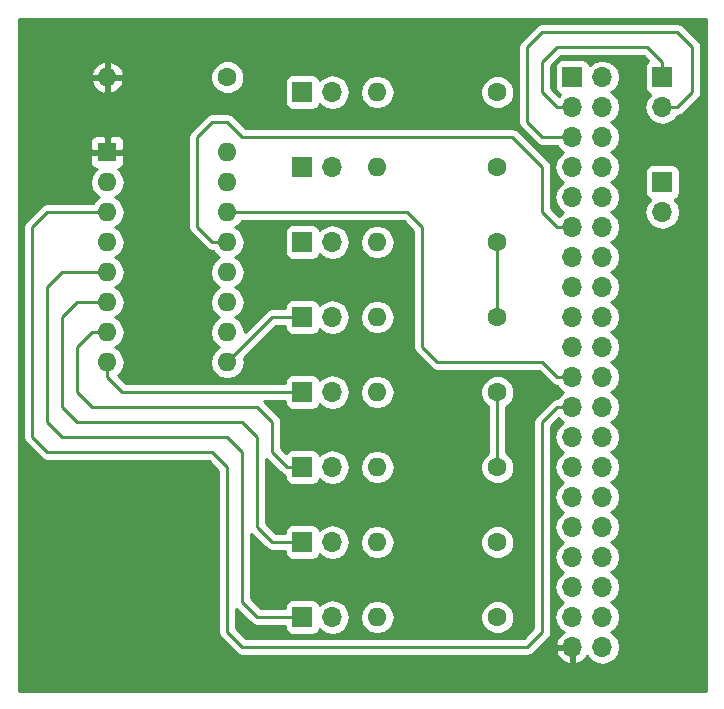
<source format=gbr>
G04 #@! TF.FileFunction,Copper,L2,Bot,Signal*
%FSLAX46Y46*%
G04 Gerber Fmt 4.6, Leading zero omitted, Abs format (unit mm)*
G04 Created by KiCad (PCBNEW 4.0.6) date Tue Nov 21 01:35:09 2017*
%MOMM*%
%LPD*%
G01*
G04 APERTURE LIST*
%ADD10C,0.100000*%
%ADD11R,1.700000X1.700000*%
%ADD12O,1.700000X1.700000*%
%ADD13C,1.600000*%
%ADD14O,1.600000X1.600000*%
%ADD15R,1.600000X1.600000*%
%ADD16C,0.250000*%
%ADD17C,0.254000*%
G04 APERTURE END LIST*
D10*
D11*
X179070000Y-96520000D03*
D12*
X181610000Y-96520000D03*
X179070000Y-99060000D03*
X181610000Y-99060000D03*
X179070000Y-101600000D03*
X181610000Y-101600000D03*
X179070000Y-104140000D03*
X181610000Y-104140000D03*
X179070000Y-106680000D03*
X181610000Y-106680000D03*
X179070000Y-109220000D03*
X181610000Y-109220000D03*
X179070000Y-111760000D03*
X181610000Y-111760000D03*
X179070000Y-114300000D03*
X181610000Y-114300000D03*
X179070000Y-116840000D03*
X181610000Y-116840000D03*
X179070000Y-119380000D03*
X181610000Y-119380000D03*
X179070000Y-121920000D03*
X181610000Y-121920000D03*
X179070000Y-124460000D03*
X181610000Y-124460000D03*
X179070000Y-127000000D03*
X181610000Y-127000000D03*
X179070000Y-129540000D03*
X181610000Y-129540000D03*
X179070000Y-132080000D03*
X181610000Y-132080000D03*
X179070000Y-134620000D03*
X181610000Y-134620000D03*
X179070000Y-137160000D03*
X181610000Y-137160000D03*
X179070000Y-139700000D03*
X181610000Y-139700000D03*
X179070000Y-142240000D03*
X181610000Y-142240000D03*
X179070000Y-144780000D03*
X181610000Y-144780000D03*
D11*
X186690000Y-105410000D03*
D12*
X186690000Y-107950000D03*
D11*
X186690000Y-96520000D03*
D12*
X186690000Y-99060000D03*
D11*
X156210000Y-142240000D03*
D12*
X158750000Y-142240000D03*
D11*
X156210000Y-135890000D03*
D12*
X158750000Y-135890000D03*
D11*
X156210000Y-129540000D03*
D12*
X158750000Y-129540000D03*
D11*
X156210000Y-123190000D03*
D12*
X158750000Y-123190000D03*
D11*
X156210000Y-116840000D03*
D12*
X158750000Y-116840000D03*
D11*
X156210000Y-110490000D03*
D12*
X158750000Y-110490000D03*
D11*
X156210000Y-104140000D03*
D12*
X158750000Y-104140000D03*
D11*
X156210000Y-97790000D03*
D12*
X158750000Y-97790000D03*
D13*
X149860000Y-96520000D03*
D14*
X139700000Y-96520000D03*
D13*
X172720000Y-142240000D03*
D14*
X162560000Y-142240000D03*
D13*
X172720000Y-135890000D03*
D14*
X162560000Y-135890000D03*
D13*
X172720000Y-129540000D03*
D14*
X162560000Y-129540000D03*
D13*
X172720000Y-123190000D03*
D14*
X162560000Y-123190000D03*
D13*
X172720000Y-116840000D03*
D14*
X162560000Y-116840000D03*
D13*
X172720000Y-110490000D03*
D14*
X162560000Y-110490000D03*
D13*
X172720000Y-104140000D03*
D14*
X162560000Y-104140000D03*
D13*
X172720000Y-97790000D03*
D14*
X162560000Y-97790000D03*
D15*
X139700000Y-102870000D03*
D14*
X149860000Y-120650000D03*
X139700000Y-105410000D03*
X149860000Y-118110000D03*
X139700000Y-107950000D03*
X149860000Y-115570000D03*
X139700000Y-110490000D03*
X149860000Y-113030000D03*
X139700000Y-113030000D03*
X149860000Y-110490000D03*
X139700000Y-115570000D03*
X149860000Y-107950000D03*
X139700000Y-118110000D03*
X149860000Y-105410000D03*
X139700000Y-120650000D03*
X149860000Y-102870000D03*
D16*
X179070000Y-99060000D02*
X177800000Y-99060000D01*
X186690000Y-95250000D02*
X186690000Y-96520000D01*
X185420000Y-93980000D02*
X186690000Y-95250000D01*
X184150000Y-93980000D02*
X185420000Y-93980000D01*
X177800000Y-93980000D02*
X184150000Y-93980000D01*
X176530000Y-95250000D02*
X177800000Y-93980000D01*
X176530000Y-97790000D02*
X176530000Y-95250000D01*
X177800000Y-99060000D02*
X176530000Y-97790000D01*
X172720000Y-123190000D02*
X172720000Y-129540000D01*
X172720000Y-110490000D02*
X172720000Y-116840000D01*
X179070000Y-101600000D02*
X177800000Y-101600000D01*
X187960000Y-99060000D02*
X186690000Y-99060000D01*
X189230000Y-97790000D02*
X187960000Y-99060000D01*
X189230000Y-93980000D02*
X189230000Y-97790000D01*
X187960000Y-92710000D02*
X189230000Y-93980000D01*
X186690000Y-92710000D02*
X187960000Y-92710000D01*
X176530000Y-92710000D02*
X186690000Y-92710000D01*
X175260000Y-93980000D02*
X176530000Y-92710000D01*
X175260000Y-95250000D02*
X175260000Y-93980000D01*
X175260000Y-100330000D02*
X175260000Y-95250000D01*
X176530000Y-101600000D02*
X175260000Y-100330000D01*
X177800000Y-101600000D02*
X176530000Y-101600000D01*
X179070000Y-109220000D02*
X177800000Y-109220000D01*
X148590000Y-110490000D02*
X149860000Y-110490000D01*
X147320000Y-109220000D02*
X148590000Y-110490000D01*
X147320000Y-101600000D02*
X147320000Y-109220000D01*
X148590000Y-100330000D02*
X147320000Y-101600000D01*
X149860000Y-100330000D02*
X148590000Y-100330000D01*
X151130000Y-101600000D02*
X149860000Y-100330000D01*
X173990000Y-101600000D02*
X151130000Y-101600000D01*
X176530000Y-104140000D02*
X173990000Y-101600000D01*
X176530000Y-107950000D02*
X176530000Y-104140000D01*
X177800000Y-109220000D02*
X176530000Y-107950000D01*
X179070000Y-121920000D02*
X177800000Y-121920000D01*
X165100000Y-107950000D02*
X149860000Y-107950000D01*
X166370000Y-109220000D02*
X165100000Y-107950000D01*
X166370000Y-119380000D02*
X166370000Y-109220000D01*
X167640000Y-120650000D02*
X166370000Y-119380000D01*
X176530000Y-120650000D02*
X167640000Y-120650000D01*
X177800000Y-121920000D02*
X176530000Y-120650000D01*
X179070000Y-124460000D02*
X177800000Y-124460000D01*
X134620000Y-107950000D02*
X139700000Y-107950000D01*
X133350000Y-109220000D02*
X134620000Y-107950000D01*
X133350000Y-127000000D02*
X133350000Y-109220000D01*
X134620000Y-128270000D02*
X133350000Y-127000000D01*
X148590000Y-128270000D02*
X134620000Y-128270000D01*
X149860000Y-129540000D02*
X148590000Y-128270000D01*
X149860000Y-143510000D02*
X149860000Y-129540000D01*
X151130000Y-144780000D02*
X149860000Y-143510000D01*
X175260000Y-144780000D02*
X151130000Y-144780000D01*
X176530000Y-143510000D02*
X175260000Y-144780000D01*
X176530000Y-125730000D02*
X176530000Y-143510000D01*
X177800000Y-124460000D02*
X176530000Y-125730000D01*
X156210000Y-142240000D02*
X152400000Y-142240000D01*
X135890000Y-113030000D02*
X139700000Y-113030000D01*
X134620000Y-114300000D02*
X135890000Y-113030000D01*
X134620000Y-125730000D02*
X134620000Y-114300000D01*
X135890000Y-127000000D02*
X134620000Y-125730000D01*
X149860000Y-127000000D02*
X135890000Y-127000000D01*
X151130000Y-128270000D02*
X149860000Y-127000000D01*
X151130000Y-140970000D02*
X151130000Y-128270000D01*
X152400000Y-142240000D02*
X151130000Y-140970000D01*
X156210000Y-135890000D02*
X153670000Y-135890000D01*
X137160000Y-115570000D02*
X139700000Y-115570000D01*
X135890000Y-116840000D02*
X137160000Y-115570000D01*
X135890000Y-124460000D02*
X135890000Y-116840000D01*
X137160000Y-125730000D02*
X135890000Y-124460000D01*
X151130000Y-125730000D02*
X137160000Y-125730000D01*
X152400000Y-127000000D02*
X151130000Y-125730000D01*
X152400000Y-134620000D02*
X152400000Y-127000000D01*
X153670000Y-135890000D02*
X152400000Y-134620000D01*
X156210000Y-129540000D02*
X154940000Y-129540000D01*
X138430000Y-118110000D02*
X139700000Y-118110000D01*
X137160000Y-119380000D02*
X138430000Y-118110000D01*
X137160000Y-123190000D02*
X137160000Y-119380000D01*
X138430000Y-124460000D02*
X137160000Y-123190000D01*
X139700000Y-124460000D02*
X138430000Y-124460000D01*
X152400000Y-124460000D02*
X139700000Y-124460000D01*
X153670000Y-125730000D02*
X152400000Y-124460000D01*
X153670000Y-128270000D02*
X153670000Y-125730000D01*
X154940000Y-129540000D02*
X153670000Y-128270000D01*
X156210000Y-123190000D02*
X140970000Y-123190000D01*
X139700000Y-121920000D02*
X139700000Y-120650000D01*
X140970000Y-123190000D02*
X139700000Y-121920000D01*
X156210000Y-116840000D02*
X153670000Y-116840000D01*
X152400000Y-118110000D02*
X149860000Y-120650000D01*
X153670000Y-116840000D02*
X152400000Y-118110000D01*
D17*
G36*
X190373000Y-148463000D02*
X132207000Y-148463000D01*
X132207000Y-109220000D01*
X132590000Y-109220000D01*
X132590000Y-127000000D01*
X132647852Y-127290839D01*
X132812599Y-127537401D01*
X134082599Y-128807401D01*
X134329160Y-128972148D01*
X134620000Y-129030000D01*
X148275198Y-129030000D01*
X149100000Y-129854802D01*
X149100000Y-143510000D01*
X149157852Y-143800839D01*
X149322599Y-144047401D01*
X150592599Y-145317401D01*
X150839160Y-145482148D01*
X151130000Y-145540000D01*
X175260000Y-145540000D01*
X175550839Y-145482148D01*
X175797401Y-145317401D01*
X175977912Y-145136890D01*
X177628524Y-145136890D01*
X177798355Y-145546924D01*
X178188642Y-145975183D01*
X178713108Y-146221486D01*
X178943000Y-146100819D01*
X178943000Y-144907000D01*
X177749845Y-144907000D01*
X177628524Y-145136890D01*
X175977912Y-145136890D01*
X177067401Y-144047401D01*
X177232148Y-143800840D01*
X177290000Y-143510000D01*
X177290000Y-126044802D01*
X177924321Y-125410481D01*
X177990853Y-125510054D01*
X178320026Y-125730000D01*
X177990853Y-125949946D01*
X177668946Y-126431715D01*
X177555907Y-127000000D01*
X177668946Y-127568285D01*
X177990853Y-128050054D01*
X178320026Y-128270000D01*
X177990853Y-128489946D01*
X177668946Y-128971715D01*
X177555907Y-129540000D01*
X177668946Y-130108285D01*
X177990853Y-130590054D01*
X178320026Y-130810000D01*
X177990853Y-131029946D01*
X177668946Y-131511715D01*
X177555907Y-132080000D01*
X177668946Y-132648285D01*
X177990853Y-133130054D01*
X178320026Y-133350000D01*
X177990853Y-133569946D01*
X177668946Y-134051715D01*
X177555907Y-134620000D01*
X177668946Y-135188285D01*
X177990853Y-135670054D01*
X178320026Y-135890000D01*
X177990853Y-136109946D01*
X177668946Y-136591715D01*
X177555907Y-137160000D01*
X177668946Y-137728285D01*
X177990853Y-138210054D01*
X178320026Y-138430000D01*
X177990853Y-138649946D01*
X177668946Y-139131715D01*
X177555907Y-139700000D01*
X177668946Y-140268285D01*
X177990853Y-140750054D01*
X178320026Y-140970000D01*
X177990853Y-141189946D01*
X177668946Y-141671715D01*
X177555907Y-142240000D01*
X177668946Y-142808285D01*
X177990853Y-143290054D01*
X178331553Y-143517702D01*
X178188642Y-143584817D01*
X177798355Y-144013076D01*
X177628524Y-144423110D01*
X177749845Y-144653000D01*
X178943000Y-144653000D01*
X178943000Y-144633000D01*
X179197000Y-144633000D01*
X179197000Y-144653000D01*
X179217000Y-144653000D01*
X179217000Y-144907000D01*
X179197000Y-144907000D01*
X179197000Y-146100819D01*
X179426892Y-146221486D01*
X179951358Y-145975183D01*
X180341645Y-145546924D01*
X180341655Y-145546899D01*
X180530853Y-145830054D01*
X181012622Y-146151961D01*
X181580907Y-146265000D01*
X181639093Y-146265000D01*
X182207378Y-146151961D01*
X182689147Y-145830054D01*
X183011054Y-145348285D01*
X183124093Y-144780000D01*
X183011054Y-144211715D01*
X182689147Y-143729946D01*
X182359974Y-143510000D01*
X182689147Y-143290054D01*
X183011054Y-142808285D01*
X183124093Y-142240000D01*
X183011054Y-141671715D01*
X182689147Y-141189946D01*
X182359974Y-140970000D01*
X182689147Y-140750054D01*
X183011054Y-140268285D01*
X183124093Y-139700000D01*
X183011054Y-139131715D01*
X182689147Y-138649946D01*
X182359974Y-138430000D01*
X182689147Y-138210054D01*
X183011054Y-137728285D01*
X183124093Y-137160000D01*
X183011054Y-136591715D01*
X182689147Y-136109946D01*
X182359974Y-135890000D01*
X182689147Y-135670054D01*
X183011054Y-135188285D01*
X183124093Y-134620000D01*
X183011054Y-134051715D01*
X182689147Y-133569946D01*
X182359974Y-133350000D01*
X182689147Y-133130054D01*
X183011054Y-132648285D01*
X183124093Y-132080000D01*
X183011054Y-131511715D01*
X182689147Y-131029946D01*
X182359974Y-130810000D01*
X182689147Y-130590054D01*
X183011054Y-130108285D01*
X183124093Y-129540000D01*
X183011054Y-128971715D01*
X182689147Y-128489946D01*
X182359974Y-128270000D01*
X182689147Y-128050054D01*
X183011054Y-127568285D01*
X183124093Y-127000000D01*
X183011054Y-126431715D01*
X182689147Y-125949946D01*
X182359974Y-125730000D01*
X182689147Y-125510054D01*
X183011054Y-125028285D01*
X183124093Y-124460000D01*
X183011054Y-123891715D01*
X182689147Y-123409946D01*
X182359974Y-123190000D01*
X182689147Y-122970054D01*
X183011054Y-122488285D01*
X183124093Y-121920000D01*
X183011054Y-121351715D01*
X182689147Y-120869946D01*
X182359974Y-120650000D01*
X182689147Y-120430054D01*
X183011054Y-119948285D01*
X183124093Y-119380000D01*
X183011054Y-118811715D01*
X182689147Y-118329946D01*
X182359974Y-118110000D01*
X182689147Y-117890054D01*
X183011054Y-117408285D01*
X183124093Y-116840000D01*
X183011054Y-116271715D01*
X182689147Y-115789946D01*
X182359974Y-115570000D01*
X182689147Y-115350054D01*
X183011054Y-114868285D01*
X183124093Y-114300000D01*
X183011054Y-113731715D01*
X182689147Y-113249946D01*
X182359974Y-113030000D01*
X182689147Y-112810054D01*
X183011054Y-112328285D01*
X183124093Y-111760000D01*
X183011054Y-111191715D01*
X182689147Y-110709946D01*
X182359974Y-110490000D01*
X182689147Y-110270054D01*
X183011054Y-109788285D01*
X183124093Y-109220000D01*
X183011054Y-108651715D01*
X182689147Y-108169946D01*
X182359974Y-107950000D01*
X185175907Y-107950000D01*
X185288946Y-108518285D01*
X185610853Y-109000054D01*
X186092622Y-109321961D01*
X186660907Y-109435000D01*
X186719093Y-109435000D01*
X187287378Y-109321961D01*
X187769147Y-109000054D01*
X188091054Y-108518285D01*
X188204093Y-107950000D01*
X188091054Y-107381715D01*
X187769147Y-106899946D01*
X187727548Y-106872150D01*
X187775317Y-106863162D01*
X187991441Y-106724090D01*
X188136431Y-106511890D01*
X188187440Y-106260000D01*
X188187440Y-104560000D01*
X188143162Y-104324683D01*
X188004090Y-104108559D01*
X187791890Y-103963569D01*
X187540000Y-103912560D01*
X185840000Y-103912560D01*
X185604683Y-103956838D01*
X185388559Y-104095910D01*
X185243569Y-104308110D01*
X185192560Y-104560000D01*
X185192560Y-106260000D01*
X185236838Y-106495317D01*
X185375910Y-106711441D01*
X185588110Y-106856431D01*
X185655541Y-106870086D01*
X185610853Y-106899946D01*
X185288946Y-107381715D01*
X185175907Y-107950000D01*
X182359974Y-107950000D01*
X182689147Y-107730054D01*
X183011054Y-107248285D01*
X183124093Y-106680000D01*
X183011054Y-106111715D01*
X182689147Y-105629946D01*
X182359974Y-105410000D01*
X182689147Y-105190054D01*
X183011054Y-104708285D01*
X183124093Y-104140000D01*
X183011054Y-103571715D01*
X182689147Y-103089946D01*
X182359974Y-102870000D01*
X182689147Y-102650054D01*
X183011054Y-102168285D01*
X183124093Y-101600000D01*
X183011054Y-101031715D01*
X182689147Y-100549946D01*
X182359974Y-100330000D01*
X182689147Y-100110054D01*
X183011054Y-99628285D01*
X183124093Y-99060000D01*
X183011054Y-98491715D01*
X182689147Y-98009946D01*
X182359974Y-97790000D01*
X182689147Y-97570054D01*
X183011054Y-97088285D01*
X183124093Y-96520000D01*
X183011054Y-95951715D01*
X182689147Y-95469946D01*
X182207378Y-95148039D01*
X181639093Y-95035000D01*
X181580907Y-95035000D01*
X181012622Y-95148039D01*
X180530853Y-95469946D01*
X180530029Y-95471179D01*
X180523162Y-95434683D01*
X180384090Y-95218559D01*
X180171890Y-95073569D01*
X179920000Y-95022560D01*
X178220000Y-95022560D01*
X177984683Y-95066838D01*
X177768559Y-95205910D01*
X177623569Y-95418110D01*
X177572560Y-95670000D01*
X177572560Y-97370000D01*
X177616838Y-97605317D01*
X177755910Y-97821441D01*
X177968110Y-97966431D01*
X178035541Y-97980086D01*
X177990853Y-98009946D01*
X177924321Y-98109519D01*
X177290000Y-97475198D01*
X177290000Y-95564802D01*
X178114802Y-94740000D01*
X185105198Y-94740000D01*
X185499634Y-95134436D01*
X185388559Y-95205910D01*
X185243569Y-95418110D01*
X185192560Y-95670000D01*
X185192560Y-97370000D01*
X185236838Y-97605317D01*
X185375910Y-97821441D01*
X185588110Y-97966431D01*
X185655541Y-97980086D01*
X185610853Y-98009946D01*
X185288946Y-98491715D01*
X185175907Y-99060000D01*
X185288946Y-99628285D01*
X185610853Y-100110054D01*
X186092622Y-100431961D01*
X186660907Y-100545000D01*
X186719093Y-100545000D01*
X187287378Y-100431961D01*
X187769147Y-100110054D01*
X187963407Y-99819322D01*
X188250839Y-99762148D01*
X188497401Y-99597401D01*
X189767401Y-98327401D01*
X189932148Y-98080840D01*
X189990000Y-97790000D01*
X189990000Y-93980000D01*
X189932148Y-93689161D01*
X189932148Y-93689160D01*
X189767401Y-93442599D01*
X188497401Y-92172599D01*
X188250839Y-92007852D01*
X187960000Y-91950000D01*
X176530000Y-91950000D01*
X176239160Y-92007852D01*
X175992599Y-92172599D01*
X174722599Y-93442599D01*
X174557852Y-93689161D01*
X174500000Y-93980000D01*
X174500000Y-100330000D01*
X174557852Y-100620839D01*
X174722599Y-100867401D01*
X175992599Y-102137401D01*
X176239160Y-102302148D01*
X176530000Y-102360000D01*
X177797046Y-102360000D01*
X177990853Y-102650054D01*
X178320026Y-102870000D01*
X177990853Y-103089946D01*
X177668946Y-103571715D01*
X177555907Y-104140000D01*
X177668946Y-104708285D01*
X177990853Y-105190054D01*
X178320026Y-105410000D01*
X177990853Y-105629946D01*
X177668946Y-106111715D01*
X177555907Y-106680000D01*
X177668946Y-107248285D01*
X177990853Y-107730054D01*
X178320026Y-107950000D01*
X177990853Y-108169946D01*
X177924321Y-108269519D01*
X177290000Y-107635198D01*
X177290000Y-104140000D01*
X177232148Y-103849161D01*
X177232148Y-103849160D01*
X177067401Y-103602599D01*
X174527401Y-101062599D01*
X174280839Y-100897852D01*
X173990000Y-100840000D01*
X151444802Y-100840000D01*
X150397401Y-99792599D01*
X150150839Y-99627852D01*
X149860000Y-99570000D01*
X148590000Y-99570000D01*
X148299160Y-99627852D01*
X148052599Y-99792599D01*
X146782599Y-101062599D01*
X146617852Y-101309161D01*
X146560000Y-101600000D01*
X146560000Y-109220000D01*
X146617852Y-109510839D01*
X146782599Y-109757401D01*
X148052599Y-111027401D01*
X148299160Y-111192148D01*
X148590000Y-111250000D01*
X148647005Y-111250000D01*
X148817189Y-111504698D01*
X149199275Y-111760000D01*
X148817189Y-112015302D01*
X148506120Y-112480849D01*
X148396887Y-113030000D01*
X148506120Y-113579151D01*
X148817189Y-114044698D01*
X149199275Y-114300000D01*
X148817189Y-114555302D01*
X148506120Y-115020849D01*
X148396887Y-115570000D01*
X148506120Y-116119151D01*
X148817189Y-116584698D01*
X149199275Y-116840000D01*
X148817189Y-117095302D01*
X148506120Y-117560849D01*
X148396887Y-118110000D01*
X148506120Y-118659151D01*
X148817189Y-119124698D01*
X149199275Y-119380000D01*
X148817189Y-119635302D01*
X148506120Y-120100849D01*
X148396887Y-120650000D01*
X148506120Y-121199151D01*
X148817189Y-121664698D01*
X149282736Y-121975767D01*
X149831887Y-122085000D01*
X149888113Y-122085000D01*
X150437264Y-121975767D01*
X150902811Y-121664698D01*
X151213880Y-121199151D01*
X151323113Y-120650000D01*
X151258688Y-120326114D01*
X153984802Y-117600000D01*
X154712560Y-117600000D01*
X154712560Y-117690000D01*
X154756838Y-117925317D01*
X154895910Y-118141441D01*
X155108110Y-118286431D01*
X155360000Y-118337440D01*
X157060000Y-118337440D01*
X157295317Y-118293162D01*
X157511441Y-118154090D01*
X157656431Y-117941890D01*
X157670086Y-117874459D01*
X157699946Y-117919147D01*
X158181715Y-118241054D01*
X158750000Y-118354093D01*
X159318285Y-118241054D01*
X159800054Y-117919147D01*
X160121961Y-117437378D01*
X160235000Y-116869093D01*
X160235000Y-116840000D01*
X161096887Y-116840000D01*
X161206120Y-117389151D01*
X161517189Y-117854698D01*
X161982736Y-118165767D01*
X162531887Y-118275000D01*
X162588113Y-118275000D01*
X163137264Y-118165767D01*
X163602811Y-117854698D01*
X163913880Y-117389151D01*
X164023113Y-116840000D01*
X163913880Y-116290849D01*
X163602811Y-115825302D01*
X163137264Y-115514233D01*
X162588113Y-115405000D01*
X162531887Y-115405000D01*
X161982736Y-115514233D01*
X161517189Y-115825302D01*
X161206120Y-116290849D01*
X161096887Y-116840000D01*
X160235000Y-116840000D01*
X160235000Y-116810907D01*
X160121961Y-116242622D01*
X159800054Y-115760853D01*
X159318285Y-115438946D01*
X158750000Y-115325907D01*
X158181715Y-115438946D01*
X157699946Y-115760853D01*
X157672150Y-115802452D01*
X157663162Y-115754683D01*
X157524090Y-115538559D01*
X157311890Y-115393569D01*
X157060000Y-115342560D01*
X155360000Y-115342560D01*
X155124683Y-115386838D01*
X154908559Y-115525910D01*
X154763569Y-115738110D01*
X154712560Y-115990000D01*
X154712560Y-116080000D01*
X153670000Y-116080000D01*
X153379160Y-116137852D01*
X153132599Y-116302599D01*
X151322595Y-118112603D01*
X151323113Y-118110000D01*
X151213880Y-117560849D01*
X150902811Y-117095302D01*
X150520725Y-116840000D01*
X150902811Y-116584698D01*
X151213880Y-116119151D01*
X151323113Y-115570000D01*
X151213880Y-115020849D01*
X150902811Y-114555302D01*
X150520725Y-114300000D01*
X150902811Y-114044698D01*
X151213880Y-113579151D01*
X151323113Y-113030000D01*
X151213880Y-112480849D01*
X150902811Y-112015302D01*
X150520725Y-111760000D01*
X150902811Y-111504698D01*
X151213880Y-111039151D01*
X151323113Y-110490000D01*
X151213880Y-109940849D01*
X151012859Y-109640000D01*
X154712560Y-109640000D01*
X154712560Y-111340000D01*
X154756838Y-111575317D01*
X154895910Y-111791441D01*
X155108110Y-111936431D01*
X155360000Y-111987440D01*
X157060000Y-111987440D01*
X157295317Y-111943162D01*
X157511441Y-111804090D01*
X157656431Y-111591890D01*
X157670086Y-111524459D01*
X157699946Y-111569147D01*
X158181715Y-111891054D01*
X158750000Y-112004093D01*
X159318285Y-111891054D01*
X159800054Y-111569147D01*
X160121961Y-111087378D01*
X160235000Y-110519093D01*
X160235000Y-110490000D01*
X161096887Y-110490000D01*
X161206120Y-111039151D01*
X161517189Y-111504698D01*
X161982736Y-111815767D01*
X162531887Y-111925000D01*
X162588113Y-111925000D01*
X163137264Y-111815767D01*
X163602811Y-111504698D01*
X163913880Y-111039151D01*
X164023113Y-110490000D01*
X163913880Y-109940849D01*
X163602811Y-109475302D01*
X163137264Y-109164233D01*
X162588113Y-109055000D01*
X162531887Y-109055000D01*
X161982736Y-109164233D01*
X161517189Y-109475302D01*
X161206120Y-109940849D01*
X161096887Y-110490000D01*
X160235000Y-110490000D01*
X160235000Y-110460907D01*
X160121961Y-109892622D01*
X159800054Y-109410853D01*
X159318285Y-109088946D01*
X158750000Y-108975907D01*
X158181715Y-109088946D01*
X157699946Y-109410853D01*
X157672150Y-109452452D01*
X157663162Y-109404683D01*
X157524090Y-109188559D01*
X157311890Y-109043569D01*
X157060000Y-108992560D01*
X155360000Y-108992560D01*
X155124683Y-109036838D01*
X154908559Y-109175910D01*
X154763569Y-109388110D01*
X154712560Y-109640000D01*
X151012859Y-109640000D01*
X150902811Y-109475302D01*
X150520725Y-109220000D01*
X150902811Y-108964698D01*
X151072995Y-108710000D01*
X164785198Y-108710000D01*
X165610000Y-109534802D01*
X165610000Y-119380000D01*
X165667852Y-119670839D01*
X165832599Y-119917401D01*
X167102599Y-121187401D01*
X167349160Y-121352148D01*
X167640000Y-121410000D01*
X176215198Y-121410000D01*
X177262599Y-122457401D01*
X177509160Y-122622148D01*
X177796593Y-122679322D01*
X177990853Y-122970054D01*
X178320026Y-123190000D01*
X177990853Y-123409946D01*
X177796593Y-123700678D01*
X177509160Y-123757852D01*
X177262599Y-123922599D01*
X175992599Y-125192599D01*
X175827852Y-125439161D01*
X175770000Y-125730000D01*
X175770000Y-143195198D01*
X174945198Y-144020000D01*
X151444802Y-144020000D01*
X150620000Y-143195198D01*
X150620000Y-141534802D01*
X151862599Y-142777401D01*
X152109160Y-142942148D01*
X152400000Y-143000000D01*
X154712560Y-143000000D01*
X154712560Y-143090000D01*
X154756838Y-143325317D01*
X154895910Y-143541441D01*
X155108110Y-143686431D01*
X155360000Y-143737440D01*
X157060000Y-143737440D01*
X157295317Y-143693162D01*
X157511441Y-143554090D01*
X157656431Y-143341890D01*
X157670086Y-143274459D01*
X157699946Y-143319147D01*
X158181715Y-143641054D01*
X158750000Y-143754093D01*
X159318285Y-143641054D01*
X159800054Y-143319147D01*
X160121961Y-142837378D01*
X160235000Y-142269093D01*
X160235000Y-142240000D01*
X161096887Y-142240000D01*
X161206120Y-142789151D01*
X161517189Y-143254698D01*
X161982736Y-143565767D01*
X162531887Y-143675000D01*
X162588113Y-143675000D01*
X163137264Y-143565767D01*
X163602811Y-143254698D01*
X163913880Y-142789151D01*
X163966584Y-142524187D01*
X171284752Y-142524187D01*
X171502757Y-143051800D01*
X171906077Y-143455824D01*
X172433309Y-143674750D01*
X173004187Y-143675248D01*
X173531800Y-143457243D01*
X173935824Y-143053923D01*
X174154750Y-142526691D01*
X174155248Y-141955813D01*
X173937243Y-141428200D01*
X173533923Y-141024176D01*
X173006691Y-140805250D01*
X172435813Y-140804752D01*
X171908200Y-141022757D01*
X171504176Y-141426077D01*
X171285250Y-141953309D01*
X171284752Y-142524187D01*
X163966584Y-142524187D01*
X164023113Y-142240000D01*
X163913880Y-141690849D01*
X163602811Y-141225302D01*
X163137264Y-140914233D01*
X162588113Y-140805000D01*
X162531887Y-140805000D01*
X161982736Y-140914233D01*
X161517189Y-141225302D01*
X161206120Y-141690849D01*
X161096887Y-142240000D01*
X160235000Y-142240000D01*
X160235000Y-142210907D01*
X160121961Y-141642622D01*
X159800054Y-141160853D01*
X159318285Y-140838946D01*
X158750000Y-140725907D01*
X158181715Y-140838946D01*
X157699946Y-141160853D01*
X157672150Y-141202452D01*
X157663162Y-141154683D01*
X157524090Y-140938559D01*
X157311890Y-140793569D01*
X157060000Y-140742560D01*
X155360000Y-140742560D01*
X155124683Y-140786838D01*
X154908559Y-140925910D01*
X154763569Y-141138110D01*
X154712560Y-141390000D01*
X154712560Y-141480000D01*
X152714802Y-141480000D01*
X151890000Y-140655198D01*
X151890000Y-135184802D01*
X153132599Y-136427401D01*
X153379160Y-136592148D01*
X153670000Y-136650000D01*
X154712560Y-136650000D01*
X154712560Y-136740000D01*
X154756838Y-136975317D01*
X154895910Y-137191441D01*
X155108110Y-137336431D01*
X155360000Y-137387440D01*
X157060000Y-137387440D01*
X157295317Y-137343162D01*
X157511441Y-137204090D01*
X157656431Y-136991890D01*
X157670086Y-136924459D01*
X157699946Y-136969147D01*
X158181715Y-137291054D01*
X158750000Y-137404093D01*
X159318285Y-137291054D01*
X159800054Y-136969147D01*
X160121961Y-136487378D01*
X160235000Y-135919093D01*
X160235000Y-135890000D01*
X161096887Y-135890000D01*
X161206120Y-136439151D01*
X161517189Y-136904698D01*
X161982736Y-137215767D01*
X162531887Y-137325000D01*
X162588113Y-137325000D01*
X163137264Y-137215767D01*
X163602811Y-136904698D01*
X163913880Y-136439151D01*
X163966584Y-136174187D01*
X171284752Y-136174187D01*
X171502757Y-136701800D01*
X171906077Y-137105824D01*
X172433309Y-137324750D01*
X173004187Y-137325248D01*
X173531800Y-137107243D01*
X173935824Y-136703923D01*
X174154750Y-136176691D01*
X174155248Y-135605813D01*
X173937243Y-135078200D01*
X173533923Y-134674176D01*
X173006691Y-134455250D01*
X172435813Y-134454752D01*
X171908200Y-134672757D01*
X171504176Y-135076077D01*
X171285250Y-135603309D01*
X171284752Y-136174187D01*
X163966584Y-136174187D01*
X164023113Y-135890000D01*
X163913880Y-135340849D01*
X163602811Y-134875302D01*
X163137264Y-134564233D01*
X162588113Y-134455000D01*
X162531887Y-134455000D01*
X161982736Y-134564233D01*
X161517189Y-134875302D01*
X161206120Y-135340849D01*
X161096887Y-135890000D01*
X160235000Y-135890000D01*
X160235000Y-135860907D01*
X160121961Y-135292622D01*
X159800054Y-134810853D01*
X159318285Y-134488946D01*
X158750000Y-134375907D01*
X158181715Y-134488946D01*
X157699946Y-134810853D01*
X157672150Y-134852452D01*
X157663162Y-134804683D01*
X157524090Y-134588559D01*
X157311890Y-134443569D01*
X157060000Y-134392560D01*
X155360000Y-134392560D01*
X155124683Y-134436838D01*
X154908559Y-134575910D01*
X154763569Y-134788110D01*
X154712560Y-135040000D01*
X154712560Y-135130000D01*
X153984802Y-135130000D01*
X153160000Y-134305198D01*
X153160000Y-128834802D01*
X154402599Y-130077401D01*
X154649160Y-130242148D01*
X154712560Y-130254759D01*
X154712560Y-130390000D01*
X154756838Y-130625317D01*
X154895910Y-130841441D01*
X155108110Y-130986431D01*
X155360000Y-131037440D01*
X157060000Y-131037440D01*
X157295317Y-130993162D01*
X157511441Y-130854090D01*
X157656431Y-130641890D01*
X157670086Y-130574459D01*
X157699946Y-130619147D01*
X158181715Y-130941054D01*
X158750000Y-131054093D01*
X159318285Y-130941054D01*
X159800054Y-130619147D01*
X160121961Y-130137378D01*
X160235000Y-129569093D01*
X160235000Y-129540000D01*
X161096887Y-129540000D01*
X161206120Y-130089151D01*
X161517189Y-130554698D01*
X161982736Y-130865767D01*
X162531887Y-130975000D01*
X162588113Y-130975000D01*
X163137264Y-130865767D01*
X163602811Y-130554698D01*
X163913880Y-130089151D01*
X164023113Y-129540000D01*
X163913880Y-128990849D01*
X163602811Y-128525302D01*
X163137264Y-128214233D01*
X162588113Y-128105000D01*
X162531887Y-128105000D01*
X161982736Y-128214233D01*
X161517189Y-128525302D01*
X161206120Y-128990849D01*
X161096887Y-129540000D01*
X160235000Y-129540000D01*
X160235000Y-129510907D01*
X160121961Y-128942622D01*
X159800054Y-128460853D01*
X159318285Y-128138946D01*
X158750000Y-128025907D01*
X158181715Y-128138946D01*
X157699946Y-128460853D01*
X157672150Y-128502452D01*
X157663162Y-128454683D01*
X157524090Y-128238559D01*
X157311890Y-128093569D01*
X157060000Y-128042560D01*
X155360000Y-128042560D01*
X155124683Y-128086838D01*
X154908559Y-128225910D01*
X154824190Y-128349388D01*
X154430000Y-127955198D01*
X154430000Y-125730000D01*
X154409719Y-125628039D01*
X154372148Y-125439160D01*
X154207401Y-125192599D01*
X152964802Y-123950000D01*
X154712560Y-123950000D01*
X154712560Y-124040000D01*
X154756838Y-124275317D01*
X154895910Y-124491441D01*
X155108110Y-124636431D01*
X155360000Y-124687440D01*
X157060000Y-124687440D01*
X157295317Y-124643162D01*
X157511441Y-124504090D01*
X157656431Y-124291890D01*
X157670086Y-124224459D01*
X157699946Y-124269147D01*
X158181715Y-124591054D01*
X158750000Y-124704093D01*
X159318285Y-124591054D01*
X159800054Y-124269147D01*
X160121961Y-123787378D01*
X160235000Y-123219093D01*
X160235000Y-123190000D01*
X161096887Y-123190000D01*
X161206120Y-123739151D01*
X161517189Y-124204698D01*
X161982736Y-124515767D01*
X162531887Y-124625000D01*
X162588113Y-124625000D01*
X163137264Y-124515767D01*
X163602811Y-124204698D01*
X163913880Y-123739151D01*
X163966584Y-123474187D01*
X171284752Y-123474187D01*
X171502757Y-124001800D01*
X171906077Y-124405824D01*
X171960000Y-124428215D01*
X171960000Y-128301354D01*
X171908200Y-128322757D01*
X171504176Y-128726077D01*
X171285250Y-129253309D01*
X171284752Y-129824187D01*
X171502757Y-130351800D01*
X171906077Y-130755824D01*
X172433309Y-130974750D01*
X173004187Y-130975248D01*
X173531800Y-130757243D01*
X173935824Y-130353923D01*
X174154750Y-129826691D01*
X174155248Y-129255813D01*
X173937243Y-128728200D01*
X173533923Y-128324176D01*
X173480000Y-128301785D01*
X173480000Y-124428646D01*
X173531800Y-124407243D01*
X173935824Y-124003923D01*
X174154750Y-123476691D01*
X174155248Y-122905813D01*
X173937243Y-122378200D01*
X173533923Y-121974176D01*
X173006691Y-121755250D01*
X172435813Y-121754752D01*
X171908200Y-121972757D01*
X171504176Y-122376077D01*
X171285250Y-122903309D01*
X171284752Y-123474187D01*
X163966584Y-123474187D01*
X164023113Y-123190000D01*
X163913880Y-122640849D01*
X163602811Y-122175302D01*
X163137264Y-121864233D01*
X162588113Y-121755000D01*
X162531887Y-121755000D01*
X161982736Y-121864233D01*
X161517189Y-122175302D01*
X161206120Y-122640849D01*
X161096887Y-123190000D01*
X160235000Y-123190000D01*
X160235000Y-123160907D01*
X160121961Y-122592622D01*
X159800054Y-122110853D01*
X159318285Y-121788946D01*
X158750000Y-121675907D01*
X158181715Y-121788946D01*
X157699946Y-122110853D01*
X157672150Y-122152452D01*
X157663162Y-122104683D01*
X157524090Y-121888559D01*
X157311890Y-121743569D01*
X157060000Y-121692560D01*
X155360000Y-121692560D01*
X155124683Y-121736838D01*
X154908559Y-121875910D01*
X154763569Y-122088110D01*
X154712560Y-122340000D01*
X154712560Y-122430000D01*
X141284802Y-122430000D01*
X140608946Y-121754144D01*
X140742811Y-121664698D01*
X141053880Y-121199151D01*
X141163113Y-120650000D01*
X141053880Y-120100849D01*
X140742811Y-119635302D01*
X140360725Y-119380000D01*
X140742811Y-119124698D01*
X141053880Y-118659151D01*
X141163113Y-118110000D01*
X141053880Y-117560849D01*
X140742811Y-117095302D01*
X140360725Y-116840000D01*
X140742811Y-116584698D01*
X141053880Y-116119151D01*
X141163113Y-115570000D01*
X141053880Y-115020849D01*
X140742811Y-114555302D01*
X140360725Y-114300000D01*
X140742811Y-114044698D01*
X141053880Y-113579151D01*
X141163113Y-113030000D01*
X141053880Y-112480849D01*
X140742811Y-112015302D01*
X140360725Y-111760000D01*
X140742811Y-111504698D01*
X141053880Y-111039151D01*
X141163113Y-110490000D01*
X141053880Y-109940849D01*
X140742811Y-109475302D01*
X140360725Y-109220000D01*
X140742811Y-108964698D01*
X141053880Y-108499151D01*
X141163113Y-107950000D01*
X141053880Y-107400849D01*
X140742811Y-106935302D01*
X140360725Y-106680000D01*
X140742811Y-106424698D01*
X141053880Y-105959151D01*
X141163113Y-105410000D01*
X141053880Y-104860849D01*
X140742811Y-104395302D01*
X140607665Y-104305000D01*
X140626309Y-104305000D01*
X140859698Y-104208327D01*
X141038327Y-104029699D01*
X141135000Y-103796310D01*
X141135000Y-103155750D01*
X140976250Y-102997000D01*
X139827000Y-102997000D01*
X139827000Y-103017000D01*
X139573000Y-103017000D01*
X139573000Y-102997000D01*
X138423750Y-102997000D01*
X138265000Y-103155750D01*
X138265000Y-103796310D01*
X138361673Y-104029699D01*
X138540302Y-104208327D01*
X138773691Y-104305000D01*
X138792335Y-104305000D01*
X138657189Y-104395302D01*
X138346120Y-104860849D01*
X138236887Y-105410000D01*
X138346120Y-105959151D01*
X138657189Y-106424698D01*
X139039275Y-106680000D01*
X138657189Y-106935302D01*
X138487005Y-107190000D01*
X134620000Y-107190000D01*
X134329160Y-107247852D01*
X134082599Y-107412599D01*
X132812599Y-108682599D01*
X132647852Y-108929161D01*
X132590000Y-109220000D01*
X132207000Y-109220000D01*
X132207000Y-101943690D01*
X138265000Y-101943690D01*
X138265000Y-102584250D01*
X138423750Y-102743000D01*
X139573000Y-102743000D01*
X139573000Y-101593750D01*
X139827000Y-101593750D01*
X139827000Y-102743000D01*
X140976250Y-102743000D01*
X141135000Y-102584250D01*
X141135000Y-101943690D01*
X141038327Y-101710301D01*
X140859698Y-101531673D01*
X140626309Y-101435000D01*
X139985750Y-101435000D01*
X139827000Y-101593750D01*
X139573000Y-101593750D01*
X139414250Y-101435000D01*
X138773691Y-101435000D01*
X138540302Y-101531673D01*
X138361673Y-101710301D01*
X138265000Y-101943690D01*
X132207000Y-101943690D01*
X132207000Y-96869039D01*
X138308096Y-96869039D01*
X138468959Y-97257423D01*
X138844866Y-97672389D01*
X139350959Y-97911914D01*
X139573000Y-97790629D01*
X139573000Y-96647000D01*
X139827000Y-96647000D01*
X139827000Y-97790629D01*
X140049041Y-97911914D01*
X140555134Y-97672389D01*
X140931041Y-97257423D01*
X141091904Y-96869039D01*
X141056275Y-96804187D01*
X148424752Y-96804187D01*
X148642757Y-97331800D01*
X149046077Y-97735824D01*
X149573309Y-97954750D01*
X150144187Y-97955248D01*
X150671800Y-97737243D01*
X151075824Y-97333923D01*
X151239395Y-96940000D01*
X154712560Y-96940000D01*
X154712560Y-98640000D01*
X154756838Y-98875317D01*
X154895910Y-99091441D01*
X155108110Y-99236431D01*
X155360000Y-99287440D01*
X157060000Y-99287440D01*
X157295317Y-99243162D01*
X157511441Y-99104090D01*
X157656431Y-98891890D01*
X157670086Y-98824459D01*
X157699946Y-98869147D01*
X158181715Y-99191054D01*
X158750000Y-99304093D01*
X159318285Y-99191054D01*
X159800054Y-98869147D01*
X160121961Y-98387378D01*
X160235000Y-97819093D01*
X160235000Y-97790000D01*
X161096887Y-97790000D01*
X161206120Y-98339151D01*
X161517189Y-98804698D01*
X161982736Y-99115767D01*
X162531887Y-99225000D01*
X162588113Y-99225000D01*
X163137264Y-99115767D01*
X163602811Y-98804698D01*
X163913880Y-98339151D01*
X163966584Y-98074187D01*
X171284752Y-98074187D01*
X171502757Y-98601800D01*
X171906077Y-99005824D01*
X172433309Y-99224750D01*
X173004187Y-99225248D01*
X173531800Y-99007243D01*
X173935824Y-98603923D01*
X174154750Y-98076691D01*
X174155248Y-97505813D01*
X173937243Y-96978200D01*
X173533923Y-96574176D01*
X173006691Y-96355250D01*
X172435813Y-96354752D01*
X171908200Y-96572757D01*
X171504176Y-96976077D01*
X171285250Y-97503309D01*
X171284752Y-98074187D01*
X163966584Y-98074187D01*
X164023113Y-97790000D01*
X163913880Y-97240849D01*
X163602811Y-96775302D01*
X163137264Y-96464233D01*
X162588113Y-96355000D01*
X162531887Y-96355000D01*
X161982736Y-96464233D01*
X161517189Y-96775302D01*
X161206120Y-97240849D01*
X161096887Y-97790000D01*
X160235000Y-97790000D01*
X160235000Y-97760907D01*
X160121961Y-97192622D01*
X159800054Y-96710853D01*
X159318285Y-96388946D01*
X158750000Y-96275907D01*
X158181715Y-96388946D01*
X157699946Y-96710853D01*
X157672150Y-96752452D01*
X157663162Y-96704683D01*
X157524090Y-96488559D01*
X157311890Y-96343569D01*
X157060000Y-96292560D01*
X155360000Y-96292560D01*
X155124683Y-96336838D01*
X154908559Y-96475910D01*
X154763569Y-96688110D01*
X154712560Y-96940000D01*
X151239395Y-96940000D01*
X151294750Y-96806691D01*
X151295248Y-96235813D01*
X151077243Y-95708200D01*
X150673923Y-95304176D01*
X150146691Y-95085250D01*
X149575813Y-95084752D01*
X149048200Y-95302757D01*
X148644176Y-95706077D01*
X148425250Y-96233309D01*
X148424752Y-96804187D01*
X141056275Y-96804187D01*
X140969915Y-96647000D01*
X139827000Y-96647000D01*
X139573000Y-96647000D01*
X138430085Y-96647000D01*
X138308096Y-96869039D01*
X132207000Y-96869039D01*
X132207000Y-96170961D01*
X138308096Y-96170961D01*
X138430085Y-96393000D01*
X139573000Y-96393000D01*
X139573000Y-95249371D01*
X139827000Y-95249371D01*
X139827000Y-96393000D01*
X140969915Y-96393000D01*
X141091904Y-96170961D01*
X140931041Y-95782577D01*
X140555134Y-95367611D01*
X140049041Y-95128086D01*
X139827000Y-95249371D01*
X139573000Y-95249371D01*
X139350959Y-95128086D01*
X138844866Y-95367611D01*
X138468959Y-95782577D01*
X138308096Y-96170961D01*
X132207000Y-96170961D01*
X132207000Y-91567000D01*
X190373000Y-91567000D01*
X190373000Y-148463000D01*
X190373000Y-148463000D01*
G37*
X190373000Y-148463000D02*
X132207000Y-148463000D01*
X132207000Y-109220000D01*
X132590000Y-109220000D01*
X132590000Y-127000000D01*
X132647852Y-127290839D01*
X132812599Y-127537401D01*
X134082599Y-128807401D01*
X134329160Y-128972148D01*
X134620000Y-129030000D01*
X148275198Y-129030000D01*
X149100000Y-129854802D01*
X149100000Y-143510000D01*
X149157852Y-143800839D01*
X149322599Y-144047401D01*
X150592599Y-145317401D01*
X150839160Y-145482148D01*
X151130000Y-145540000D01*
X175260000Y-145540000D01*
X175550839Y-145482148D01*
X175797401Y-145317401D01*
X175977912Y-145136890D01*
X177628524Y-145136890D01*
X177798355Y-145546924D01*
X178188642Y-145975183D01*
X178713108Y-146221486D01*
X178943000Y-146100819D01*
X178943000Y-144907000D01*
X177749845Y-144907000D01*
X177628524Y-145136890D01*
X175977912Y-145136890D01*
X177067401Y-144047401D01*
X177232148Y-143800840D01*
X177290000Y-143510000D01*
X177290000Y-126044802D01*
X177924321Y-125410481D01*
X177990853Y-125510054D01*
X178320026Y-125730000D01*
X177990853Y-125949946D01*
X177668946Y-126431715D01*
X177555907Y-127000000D01*
X177668946Y-127568285D01*
X177990853Y-128050054D01*
X178320026Y-128270000D01*
X177990853Y-128489946D01*
X177668946Y-128971715D01*
X177555907Y-129540000D01*
X177668946Y-130108285D01*
X177990853Y-130590054D01*
X178320026Y-130810000D01*
X177990853Y-131029946D01*
X177668946Y-131511715D01*
X177555907Y-132080000D01*
X177668946Y-132648285D01*
X177990853Y-133130054D01*
X178320026Y-133350000D01*
X177990853Y-133569946D01*
X177668946Y-134051715D01*
X177555907Y-134620000D01*
X177668946Y-135188285D01*
X177990853Y-135670054D01*
X178320026Y-135890000D01*
X177990853Y-136109946D01*
X177668946Y-136591715D01*
X177555907Y-137160000D01*
X177668946Y-137728285D01*
X177990853Y-138210054D01*
X178320026Y-138430000D01*
X177990853Y-138649946D01*
X177668946Y-139131715D01*
X177555907Y-139700000D01*
X177668946Y-140268285D01*
X177990853Y-140750054D01*
X178320026Y-140970000D01*
X177990853Y-141189946D01*
X177668946Y-141671715D01*
X177555907Y-142240000D01*
X177668946Y-142808285D01*
X177990853Y-143290054D01*
X178331553Y-143517702D01*
X178188642Y-143584817D01*
X177798355Y-144013076D01*
X177628524Y-144423110D01*
X177749845Y-144653000D01*
X178943000Y-144653000D01*
X178943000Y-144633000D01*
X179197000Y-144633000D01*
X179197000Y-144653000D01*
X179217000Y-144653000D01*
X179217000Y-144907000D01*
X179197000Y-144907000D01*
X179197000Y-146100819D01*
X179426892Y-146221486D01*
X179951358Y-145975183D01*
X180341645Y-145546924D01*
X180341655Y-145546899D01*
X180530853Y-145830054D01*
X181012622Y-146151961D01*
X181580907Y-146265000D01*
X181639093Y-146265000D01*
X182207378Y-146151961D01*
X182689147Y-145830054D01*
X183011054Y-145348285D01*
X183124093Y-144780000D01*
X183011054Y-144211715D01*
X182689147Y-143729946D01*
X182359974Y-143510000D01*
X182689147Y-143290054D01*
X183011054Y-142808285D01*
X183124093Y-142240000D01*
X183011054Y-141671715D01*
X182689147Y-141189946D01*
X182359974Y-140970000D01*
X182689147Y-140750054D01*
X183011054Y-140268285D01*
X183124093Y-139700000D01*
X183011054Y-139131715D01*
X182689147Y-138649946D01*
X182359974Y-138430000D01*
X182689147Y-138210054D01*
X183011054Y-137728285D01*
X183124093Y-137160000D01*
X183011054Y-136591715D01*
X182689147Y-136109946D01*
X182359974Y-135890000D01*
X182689147Y-135670054D01*
X183011054Y-135188285D01*
X183124093Y-134620000D01*
X183011054Y-134051715D01*
X182689147Y-133569946D01*
X182359974Y-133350000D01*
X182689147Y-133130054D01*
X183011054Y-132648285D01*
X183124093Y-132080000D01*
X183011054Y-131511715D01*
X182689147Y-131029946D01*
X182359974Y-130810000D01*
X182689147Y-130590054D01*
X183011054Y-130108285D01*
X183124093Y-129540000D01*
X183011054Y-128971715D01*
X182689147Y-128489946D01*
X182359974Y-128270000D01*
X182689147Y-128050054D01*
X183011054Y-127568285D01*
X183124093Y-127000000D01*
X183011054Y-126431715D01*
X182689147Y-125949946D01*
X182359974Y-125730000D01*
X182689147Y-125510054D01*
X183011054Y-125028285D01*
X183124093Y-124460000D01*
X183011054Y-123891715D01*
X182689147Y-123409946D01*
X182359974Y-123190000D01*
X182689147Y-122970054D01*
X183011054Y-122488285D01*
X183124093Y-121920000D01*
X183011054Y-121351715D01*
X182689147Y-120869946D01*
X182359974Y-120650000D01*
X182689147Y-120430054D01*
X183011054Y-119948285D01*
X183124093Y-119380000D01*
X183011054Y-118811715D01*
X182689147Y-118329946D01*
X182359974Y-118110000D01*
X182689147Y-117890054D01*
X183011054Y-117408285D01*
X183124093Y-116840000D01*
X183011054Y-116271715D01*
X182689147Y-115789946D01*
X182359974Y-115570000D01*
X182689147Y-115350054D01*
X183011054Y-114868285D01*
X183124093Y-114300000D01*
X183011054Y-113731715D01*
X182689147Y-113249946D01*
X182359974Y-113030000D01*
X182689147Y-112810054D01*
X183011054Y-112328285D01*
X183124093Y-111760000D01*
X183011054Y-111191715D01*
X182689147Y-110709946D01*
X182359974Y-110490000D01*
X182689147Y-110270054D01*
X183011054Y-109788285D01*
X183124093Y-109220000D01*
X183011054Y-108651715D01*
X182689147Y-108169946D01*
X182359974Y-107950000D01*
X185175907Y-107950000D01*
X185288946Y-108518285D01*
X185610853Y-109000054D01*
X186092622Y-109321961D01*
X186660907Y-109435000D01*
X186719093Y-109435000D01*
X187287378Y-109321961D01*
X187769147Y-109000054D01*
X188091054Y-108518285D01*
X188204093Y-107950000D01*
X188091054Y-107381715D01*
X187769147Y-106899946D01*
X187727548Y-106872150D01*
X187775317Y-106863162D01*
X187991441Y-106724090D01*
X188136431Y-106511890D01*
X188187440Y-106260000D01*
X188187440Y-104560000D01*
X188143162Y-104324683D01*
X188004090Y-104108559D01*
X187791890Y-103963569D01*
X187540000Y-103912560D01*
X185840000Y-103912560D01*
X185604683Y-103956838D01*
X185388559Y-104095910D01*
X185243569Y-104308110D01*
X185192560Y-104560000D01*
X185192560Y-106260000D01*
X185236838Y-106495317D01*
X185375910Y-106711441D01*
X185588110Y-106856431D01*
X185655541Y-106870086D01*
X185610853Y-106899946D01*
X185288946Y-107381715D01*
X185175907Y-107950000D01*
X182359974Y-107950000D01*
X182689147Y-107730054D01*
X183011054Y-107248285D01*
X183124093Y-106680000D01*
X183011054Y-106111715D01*
X182689147Y-105629946D01*
X182359974Y-105410000D01*
X182689147Y-105190054D01*
X183011054Y-104708285D01*
X183124093Y-104140000D01*
X183011054Y-103571715D01*
X182689147Y-103089946D01*
X182359974Y-102870000D01*
X182689147Y-102650054D01*
X183011054Y-102168285D01*
X183124093Y-101600000D01*
X183011054Y-101031715D01*
X182689147Y-100549946D01*
X182359974Y-100330000D01*
X182689147Y-100110054D01*
X183011054Y-99628285D01*
X183124093Y-99060000D01*
X183011054Y-98491715D01*
X182689147Y-98009946D01*
X182359974Y-97790000D01*
X182689147Y-97570054D01*
X183011054Y-97088285D01*
X183124093Y-96520000D01*
X183011054Y-95951715D01*
X182689147Y-95469946D01*
X182207378Y-95148039D01*
X181639093Y-95035000D01*
X181580907Y-95035000D01*
X181012622Y-95148039D01*
X180530853Y-95469946D01*
X180530029Y-95471179D01*
X180523162Y-95434683D01*
X180384090Y-95218559D01*
X180171890Y-95073569D01*
X179920000Y-95022560D01*
X178220000Y-95022560D01*
X177984683Y-95066838D01*
X177768559Y-95205910D01*
X177623569Y-95418110D01*
X177572560Y-95670000D01*
X177572560Y-97370000D01*
X177616838Y-97605317D01*
X177755910Y-97821441D01*
X177968110Y-97966431D01*
X178035541Y-97980086D01*
X177990853Y-98009946D01*
X177924321Y-98109519D01*
X177290000Y-97475198D01*
X177290000Y-95564802D01*
X178114802Y-94740000D01*
X185105198Y-94740000D01*
X185499634Y-95134436D01*
X185388559Y-95205910D01*
X185243569Y-95418110D01*
X185192560Y-95670000D01*
X185192560Y-97370000D01*
X185236838Y-97605317D01*
X185375910Y-97821441D01*
X185588110Y-97966431D01*
X185655541Y-97980086D01*
X185610853Y-98009946D01*
X185288946Y-98491715D01*
X185175907Y-99060000D01*
X185288946Y-99628285D01*
X185610853Y-100110054D01*
X186092622Y-100431961D01*
X186660907Y-100545000D01*
X186719093Y-100545000D01*
X187287378Y-100431961D01*
X187769147Y-100110054D01*
X187963407Y-99819322D01*
X188250839Y-99762148D01*
X188497401Y-99597401D01*
X189767401Y-98327401D01*
X189932148Y-98080840D01*
X189990000Y-97790000D01*
X189990000Y-93980000D01*
X189932148Y-93689161D01*
X189932148Y-93689160D01*
X189767401Y-93442599D01*
X188497401Y-92172599D01*
X188250839Y-92007852D01*
X187960000Y-91950000D01*
X176530000Y-91950000D01*
X176239160Y-92007852D01*
X175992599Y-92172599D01*
X174722599Y-93442599D01*
X174557852Y-93689161D01*
X174500000Y-93980000D01*
X174500000Y-100330000D01*
X174557852Y-100620839D01*
X174722599Y-100867401D01*
X175992599Y-102137401D01*
X176239160Y-102302148D01*
X176530000Y-102360000D01*
X177797046Y-102360000D01*
X177990853Y-102650054D01*
X178320026Y-102870000D01*
X177990853Y-103089946D01*
X177668946Y-103571715D01*
X177555907Y-104140000D01*
X177668946Y-104708285D01*
X177990853Y-105190054D01*
X178320026Y-105410000D01*
X177990853Y-105629946D01*
X177668946Y-106111715D01*
X177555907Y-106680000D01*
X177668946Y-107248285D01*
X177990853Y-107730054D01*
X178320026Y-107950000D01*
X177990853Y-108169946D01*
X177924321Y-108269519D01*
X177290000Y-107635198D01*
X177290000Y-104140000D01*
X177232148Y-103849161D01*
X177232148Y-103849160D01*
X177067401Y-103602599D01*
X174527401Y-101062599D01*
X174280839Y-100897852D01*
X173990000Y-100840000D01*
X151444802Y-100840000D01*
X150397401Y-99792599D01*
X150150839Y-99627852D01*
X149860000Y-99570000D01*
X148590000Y-99570000D01*
X148299160Y-99627852D01*
X148052599Y-99792599D01*
X146782599Y-101062599D01*
X146617852Y-101309161D01*
X146560000Y-101600000D01*
X146560000Y-109220000D01*
X146617852Y-109510839D01*
X146782599Y-109757401D01*
X148052599Y-111027401D01*
X148299160Y-111192148D01*
X148590000Y-111250000D01*
X148647005Y-111250000D01*
X148817189Y-111504698D01*
X149199275Y-111760000D01*
X148817189Y-112015302D01*
X148506120Y-112480849D01*
X148396887Y-113030000D01*
X148506120Y-113579151D01*
X148817189Y-114044698D01*
X149199275Y-114300000D01*
X148817189Y-114555302D01*
X148506120Y-115020849D01*
X148396887Y-115570000D01*
X148506120Y-116119151D01*
X148817189Y-116584698D01*
X149199275Y-116840000D01*
X148817189Y-117095302D01*
X148506120Y-117560849D01*
X148396887Y-118110000D01*
X148506120Y-118659151D01*
X148817189Y-119124698D01*
X149199275Y-119380000D01*
X148817189Y-119635302D01*
X148506120Y-120100849D01*
X148396887Y-120650000D01*
X148506120Y-121199151D01*
X148817189Y-121664698D01*
X149282736Y-121975767D01*
X149831887Y-122085000D01*
X149888113Y-122085000D01*
X150437264Y-121975767D01*
X150902811Y-121664698D01*
X151213880Y-121199151D01*
X151323113Y-120650000D01*
X151258688Y-120326114D01*
X153984802Y-117600000D01*
X154712560Y-117600000D01*
X154712560Y-117690000D01*
X154756838Y-117925317D01*
X154895910Y-118141441D01*
X155108110Y-118286431D01*
X155360000Y-118337440D01*
X157060000Y-118337440D01*
X157295317Y-118293162D01*
X157511441Y-118154090D01*
X157656431Y-117941890D01*
X157670086Y-117874459D01*
X157699946Y-117919147D01*
X158181715Y-118241054D01*
X158750000Y-118354093D01*
X159318285Y-118241054D01*
X159800054Y-117919147D01*
X160121961Y-117437378D01*
X160235000Y-116869093D01*
X160235000Y-116840000D01*
X161096887Y-116840000D01*
X161206120Y-117389151D01*
X161517189Y-117854698D01*
X161982736Y-118165767D01*
X162531887Y-118275000D01*
X162588113Y-118275000D01*
X163137264Y-118165767D01*
X163602811Y-117854698D01*
X163913880Y-117389151D01*
X164023113Y-116840000D01*
X163913880Y-116290849D01*
X163602811Y-115825302D01*
X163137264Y-115514233D01*
X162588113Y-115405000D01*
X162531887Y-115405000D01*
X161982736Y-115514233D01*
X161517189Y-115825302D01*
X161206120Y-116290849D01*
X161096887Y-116840000D01*
X160235000Y-116840000D01*
X160235000Y-116810907D01*
X160121961Y-116242622D01*
X159800054Y-115760853D01*
X159318285Y-115438946D01*
X158750000Y-115325907D01*
X158181715Y-115438946D01*
X157699946Y-115760853D01*
X157672150Y-115802452D01*
X157663162Y-115754683D01*
X157524090Y-115538559D01*
X157311890Y-115393569D01*
X157060000Y-115342560D01*
X155360000Y-115342560D01*
X155124683Y-115386838D01*
X154908559Y-115525910D01*
X154763569Y-115738110D01*
X154712560Y-115990000D01*
X154712560Y-116080000D01*
X153670000Y-116080000D01*
X153379160Y-116137852D01*
X153132599Y-116302599D01*
X151322595Y-118112603D01*
X151323113Y-118110000D01*
X151213880Y-117560849D01*
X150902811Y-117095302D01*
X150520725Y-116840000D01*
X150902811Y-116584698D01*
X151213880Y-116119151D01*
X151323113Y-115570000D01*
X151213880Y-115020849D01*
X150902811Y-114555302D01*
X150520725Y-114300000D01*
X150902811Y-114044698D01*
X151213880Y-113579151D01*
X151323113Y-113030000D01*
X151213880Y-112480849D01*
X150902811Y-112015302D01*
X150520725Y-111760000D01*
X150902811Y-111504698D01*
X151213880Y-111039151D01*
X151323113Y-110490000D01*
X151213880Y-109940849D01*
X151012859Y-109640000D01*
X154712560Y-109640000D01*
X154712560Y-111340000D01*
X154756838Y-111575317D01*
X154895910Y-111791441D01*
X155108110Y-111936431D01*
X155360000Y-111987440D01*
X157060000Y-111987440D01*
X157295317Y-111943162D01*
X157511441Y-111804090D01*
X157656431Y-111591890D01*
X157670086Y-111524459D01*
X157699946Y-111569147D01*
X158181715Y-111891054D01*
X158750000Y-112004093D01*
X159318285Y-111891054D01*
X159800054Y-111569147D01*
X160121961Y-111087378D01*
X160235000Y-110519093D01*
X160235000Y-110490000D01*
X161096887Y-110490000D01*
X161206120Y-111039151D01*
X161517189Y-111504698D01*
X161982736Y-111815767D01*
X162531887Y-111925000D01*
X162588113Y-111925000D01*
X163137264Y-111815767D01*
X163602811Y-111504698D01*
X163913880Y-111039151D01*
X164023113Y-110490000D01*
X163913880Y-109940849D01*
X163602811Y-109475302D01*
X163137264Y-109164233D01*
X162588113Y-109055000D01*
X162531887Y-109055000D01*
X161982736Y-109164233D01*
X161517189Y-109475302D01*
X161206120Y-109940849D01*
X161096887Y-110490000D01*
X160235000Y-110490000D01*
X160235000Y-110460907D01*
X160121961Y-109892622D01*
X159800054Y-109410853D01*
X159318285Y-109088946D01*
X158750000Y-108975907D01*
X158181715Y-109088946D01*
X157699946Y-109410853D01*
X157672150Y-109452452D01*
X157663162Y-109404683D01*
X157524090Y-109188559D01*
X157311890Y-109043569D01*
X157060000Y-108992560D01*
X155360000Y-108992560D01*
X155124683Y-109036838D01*
X154908559Y-109175910D01*
X154763569Y-109388110D01*
X154712560Y-109640000D01*
X151012859Y-109640000D01*
X150902811Y-109475302D01*
X150520725Y-109220000D01*
X150902811Y-108964698D01*
X151072995Y-108710000D01*
X164785198Y-108710000D01*
X165610000Y-109534802D01*
X165610000Y-119380000D01*
X165667852Y-119670839D01*
X165832599Y-119917401D01*
X167102599Y-121187401D01*
X167349160Y-121352148D01*
X167640000Y-121410000D01*
X176215198Y-121410000D01*
X177262599Y-122457401D01*
X177509160Y-122622148D01*
X177796593Y-122679322D01*
X177990853Y-122970054D01*
X178320026Y-123190000D01*
X177990853Y-123409946D01*
X177796593Y-123700678D01*
X177509160Y-123757852D01*
X177262599Y-123922599D01*
X175992599Y-125192599D01*
X175827852Y-125439161D01*
X175770000Y-125730000D01*
X175770000Y-143195198D01*
X174945198Y-144020000D01*
X151444802Y-144020000D01*
X150620000Y-143195198D01*
X150620000Y-141534802D01*
X151862599Y-142777401D01*
X152109160Y-142942148D01*
X152400000Y-143000000D01*
X154712560Y-143000000D01*
X154712560Y-143090000D01*
X154756838Y-143325317D01*
X154895910Y-143541441D01*
X155108110Y-143686431D01*
X155360000Y-143737440D01*
X157060000Y-143737440D01*
X157295317Y-143693162D01*
X157511441Y-143554090D01*
X157656431Y-143341890D01*
X157670086Y-143274459D01*
X157699946Y-143319147D01*
X158181715Y-143641054D01*
X158750000Y-143754093D01*
X159318285Y-143641054D01*
X159800054Y-143319147D01*
X160121961Y-142837378D01*
X160235000Y-142269093D01*
X160235000Y-142240000D01*
X161096887Y-142240000D01*
X161206120Y-142789151D01*
X161517189Y-143254698D01*
X161982736Y-143565767D01*
X162531887Y-143675000D01*
X162588113Y-143675000D01*
X163137264Y-143565767D01*
X163602811Y-143254698D01*
X163913880Y-142789151D01*
X163966584Y-142524187D01*
X171284752Y-142524187D01*
X171502757Y-143051800D01*
X171906077Y-143455824D01*
X172433309Y-143674750D01*
X173004187Y-143675248D01*
X173531800Y-143457243D01*
X173935824Y-143053923D01*
X174154750Y-142526691D01*
X174155248Y-141955813D01*
X173937243Y-141428200D01*
X173533923Y-141024176D01*
X173006691Y-140805250D01*
X172435813Y-140804752D01*
X171908200Y-141022757D01*
X171504176Y-141426077D01*
X171285250Y-141953309D01*
X171284752Y-142524187D01*
X163966584Y-142524187D01*
X164023113Y-142240000D01*
X163913880Y-141690849D01*
X163602811Y-141225302D01*
X163137264Y-140914233D01*
X162588113Y-140805000D01*
X162531887Y-140805000D01*
X161982736Y-140914233D01*
X161517189Y-141225302D01*
X161206120Y-141690849D01*
X161096887Y-142240000D01*
X160235000Y-142240000D01*
X160235000Y-142210907D01*
X160121961Y-141642622D01*
X159800054Y-141160853D01*
X159318285Y-140838946D01*
X158750000Y-140725907D01*
X158181715Y-140838946D01*
X157699946Y-141160853D01*
X157672150Y-141202452D01*
X157663162Y-141154683D01*
X157524090Y-140938559D01*
X157311890Y-140793569D01*
X157060000Y-140742560D01*
X155360000Y-140742560D01*
X155124683Y-140786838D01*
X154908559Y-140925910D01*
X154763569Y-141138110D01*
X154712560Y-141390000D01*
X154712560Y-141480000D01*
X152714802Y-141480000D01*
X151890000Y-140655198D01*
X151890000Y-135184802D01*
X153132599Y-136427401D01*
X153379160Y-136592148D01*
X153670000Y-136650000D01*
X154712560Y-136650000D01*
X154712560Y-136740000D01*
X154756838Y-136975317D01*
X154895910Y-137191441D01*
X155108110Y-137336431D01*
X155360000Y-137387440D01*
X157060000Y-137387440D01*
X157295317Y-137343162D01*
X157511441Y-137204090D01*
X157656431Y-136991890D01*
X157670086Y-136924459D01*
X157699946Y-136969147D01*
X158181715Y-137291054D01*
X158750000Y-137404093D01*
X159318285Y-137291054D01*
X159800054Y-136969147D01*
X160121961Y-136487378D01*
X160235000Y-135919093D01*
X160235000Y-135890000D01*
X161096887Y-135890000D01*
X161206120Y-136439151D01*
X161517189Y-136904698D01*
X161982736Y-137215767D01*
X162531887Y-137325000D01*
X162588113Y-137325000D01*
X163137264Y-137215767D01*
X163602811Y-136904698D01*
X163913880Y-136439151D01*
X163966584Y-136174187D01*
X171284752Y-136174187D01*
X171502757Y-136701800D01*
X171906077Y-137105824D01*
X172433309Y-137324750D01*
X173004187Y-137325248D01*
X173531800Y-137107243D01*
X173935824Y-136703923D01*
X174154750Y-136176691D01*
X174155248Y-135605813D01*
X173937243Y-135078200D01*
X173533923Y-134674176D01*
X173006691Y-134455250D01*
X172435813Y-134454752D01*
X171908200Y-134672757D01*
X171504176Y-135076077D01*
X171285250Y-135603309D01*
X171284752Y-136174187D01*
X163966584Y-136174187D01*
X164023113Y-135890000D01*
X163913880Y-135340849D01*
X163602811Y-134875302D01*
X163137264Y-134564233D01*
X162588113Y-134455000D01*
X162531887Y-134455000D01*
X161982736Y-134564233D01*
X161517189Y-134875302D01*
X161206120Y-135340849D01*
X161096887Y-135890000D01*
X160235000Y-135890000D01*
X160235000Y-135860907D01*
X160121961Y-135292622D01*
X159800054Y-134810853D01*
X159318285Y-134488946D01*
X158750000Y-134375907D01*
X158181715Y-134488946D01*
X157699946Y-134810853D01*
X157672150Y-134852452D01*
X157663162Y-134804683D01*
X157524090Y-134588559D01*
X157311890Y-134443569D01*
X157060000Y-134392560D01*
X155360000Y-134392560D01*
X155124683Y-134436838D01*
X154908559Y-134575910D01*
X154763569Y-134788110D01*
X154712560Y-135040000D01*
X154712560Y-135130000D01*
X153984802Y-135130000D01*
X153160000Y-134305198D01*
X153160000Y-128834802D01*
X154402599Y-130077401D01*
X154649160Y-130242148D01*
X154712560Y-130254759D01*
X154712560Y-130390000D01*
X154756838Y-130625317D01*
X154895910Y-130841441D01*
X155108110Y-130986431D01*
X155360000Y-131037440D01*
X157060000Y-131037440D01*
X157295317Y-130993162D01*
X157511441Y-130854090D01*
X157656431Y-130641890D01*
X157670086Y-130574459D01*
X157699946Y-130619147D01*
X158181715Y-130941054D01*
X158750000Y-131054093D01*
X159318285Y-130941054D01*
X159800054Y-130619147D01*
X160121961Y-130137378D01*
X160235000Y-129569093D01*
X160235000Y-129540000D01*
X161096887Y-129540000D01*
X161206120Y-130089151D01*
X161517189Y-130554698D01*
X161982736Y-130865767D01*
X162531887Y-130975000D01*
X162588113Y-130975000D01*
X163137264Y-130865767D01*
X163602811Y-130554698D01*
X163913880Y-130089151D01*
X164023113Y-129540000D01*
X163913880Y-128990849D01*
X163602811Y-128525302D01*
X163137264Y-128214233D01*
X162588113Y-128105000D01*
X162531887Y-128105000D01*
X161982736Y-128214233D01*
X161517189Y-128525302D01*
X161206120Y-128990849D01*
X161096887Y-129540000D01*
X160235000Y-129540000D01*
X160235000Y-129510907D01*
X160121961Y-128942622D01*
X159800054Y-128460853D01*
X159318285Y-128138946D01*
X158750000Y-128025907D01*
X158181715Y-128138946D01*
X157699946Y-128460853D01*
X157672150Y-128502452D01*
X157663162Y-128454683D01*
X157524090Y-128238559D01*
X157311890Y-128093569D01*
X157060000Y-128042560D01*
X155360000Y-128042560D01*
X155124683Y-128086838D01*
X154908559Y-128225910D01*
X154824190Y-128349388D01*
X154430000Y-127955198D01*
X154430000Y-125730000D01*
X154409719Y-125628039D01*
X154372148Y-125439160D01*
X154207401Y-125192599D01*
X152964802Y-123950000D01*
X154712560Y-123950000D01*
X154712560Y-124040000D01*
X154756838Y-124275317D01*
X154895910Y-124491441D01*
X155108110Y-124636431D01*
X155360000Y-124687440D01*
X157060000Y-124687440D01*
X157295317Y-124643162D01*
X157511441Y-124504090D01*
X157656431Y-124291890D01*
X157670086Y-124224459D01*
X157699946Y-124269147D01*
X158181715Y-124591054D01*
X158750000Y-124704093D01*
X159318285Y-124591054D01*
X159800054Y-124269147D01*
X160121961Y-123787378D01*
X160235000Y-123219093D01*
X160235000Y-123190000D01*
X161096887Y-123190000D01*
X161206120Y-123739151D01*
X161517189Y-124204698D01*
X161982736Y-124515767D01*
X162531887Y-124625000D01*
X162588113Y-124625000D01*
X163137264Y-124515767D01*
X163602811Y-124204698D01*
X163913880Y-123739151D01*
X163966584Y-123474187D01*
X171284752Y-123474187D01*
X171502757Y-124001800D01*
X171906077Y-124405824D01*
X171960000Y-124428215D01*
X171960000Y-128301354D01*
X171908200Y-128322757D01*
X171504176Y-128726077D01*
X171285250Y-129253309D01*
X171284752Y-129824187D01*
X171502757Y-130351800D01*
X171906077Y-130755824D01*
X172433309Y-130974750D01*
X173004187Y-130975248D01*
X173531800Y-130757243D01*
X173935824Y-130353923D01*
X174154750Y-129826691D01*
X174155248Y-129255813D01*
X173937243Y-128728200D01*
X173533923Y-128324176D01*
X173480000Y-128301785D01*
X173480000Y-124428646D01*
X173531800Y-124407243D01*
X173935824Y-124003923D01*
X174154750Y-123476691D01*
X174155248Y-122905813D01*
X173937243Y-122378200D01*
X173533923Y-121974176D01*
X173006691Y-121755250D01*
X172435813Y-121754752D01*
X171908200Y-121972757D01*
X171504176Y-122376077D01*
X171285250Y-122903309D01*
X171284752Y-123474187D01*
X163966584Y-123474187D01*
X164023113Y-123190000D01*
X163913880Y-122640849D01*
X163602811Y-122175302D01*
X163137264Y-121864233D01*
X162588113Y-121755000D01*
X162531887Y-121755000D01*
X161982736Y-121864233D01*
X161517189Y-122175302D01*
X161206120Y-122640849D01*
X161096887Y-123190000D01*
X160235000Y-123190000D01*
X160235000Y-123160907D01*
X160121961Y-122592622D01*
X159800054Y-122110853D01*
X159318285Y-121788946D01*
X158750000Y-121675907D01*
X158181715Y-121788946D01*
X157699946Y-122110853D01*
X157672150Y-122152452D01*
X157663162Y-122104683D01*
X157524090Y-121888559D01*
X157311890Y-121743569D01*
X157060000Y-121692560D01*
X155360000Y-121692560D01*
X155124683Y-121736838D01*
X154908559Y-121875910D01*
X154763569Y-122088110D01*
X154712560Y-122340000D01*
X154712560Y-122430000D01*
X141284802Y-122430000D01*
X140608946Y-121754144D01*
X140742811Y-121664698D01*
X141053880Y-121199151D01*
X141163113Y-120650000D01*
X141053880Y-120100849D01*
X140742811Y-119635302D01*
X140360725Y-119380000D01*
X140742811Y-119124698D01*
X141053880Y-118659151D01*
X141163113Y-118110000D01*
X141053880Y-117560849D01*
X140742811Y-117095302D01*
X140360725Y-116840000D01*
X140742811Y-116584698D01*
X141053880Y-116119151D01*
X141163113Y-115570000D01*
X141053880Y-115020849D01*
X140742811Y-114555302D01*
X140360725Y-114300000D01*
X140742811Y-114044698D01*
X141053880Y-113579151D01*
X141163113Y-113030000D01*
X141053880Y-112480849D01*
X140742811Y-112015302D01*
X140360725Y-111760000D01*
X140742811Y-111504698D01*
X141053880Y-111039151D01*
X141163113Y-110490000D01*
X141053880Y-109940849D01*
X140742811Y-109475302D01*
X140360725Y-109220000D01*
X140742811Y-108964698D01*
X141053880Y-108499151D01*
X141163113Y-107950000D01*
X141053880Y-107400849D01*
X140742811Y-106935302D01*
X140360725Y-106680000D01*
X140742811Y-106424698D01*
X141053880Y-105959151D01*
X141163113Y-105410000D01*
X141053880Y-104860849D01*
X140742811Y-104395302D01*
X140607665Y-104305000D01*
X140626309Y-104305000D01*
X140859698Y-104208327D01*
X141038327Y-104029699D01*
X141135000Y-103796310D01*
X141135000Y-103155750D01*
X140976250Y-102997000D01*
X139827000Y-102997000D01*
X139827000Y-103017000D01*
X139573000Y-103017000D01*
X139573000Y-102997000D01*
X138423750Y-102997000D01*
X138265000Y-103155750D01*
X138265000Y-103796310D01*
X138361673Y-104029699D01*
X138540302Y-104208327D01*
X138773691Y-104305000D01*
X138792335Y-104305000D01*
X138657189Y-104395302D01*
X138346120Y-104860849D01*
X138236887Y-105410000D01*
X138346120Y-105959151D01*
X138657189Y-106424698D01*
X139039275Y-106680000D01*
X138657189Y-106935302D01*
X138487005Y-107190000D01*
X134620000Y-107190000D01*
X134329160Y-107247852D01*
X134082599Y-107412599D01*
X132812599Y-108682599D01*
X132647852Y-108929161D01*
X132590000Y-109220000D01*
X132207000Y-109220000D01*
X132207000Y-101943690D01*
X138265000Y-101943690D01*
X138265000Y-102584250D01*
X138423750Y-102743000D01*
X139573000Y-102743000D01*
X139573000Y-101593750D01*
X139827000Y-101593750D01*
X139827000Y-102743000D01*
X140976250Y-102743000D01*
X141135000Y-102584250D01*
X141135000Y-101943690D01*
X141038327Y-101710301D01*
X140859698Y-101531673D01*
X140626309Y-101435000D01*
X139985750Y-101435000D01*
X139827000Y-101593750D01*
X139573000Y-101593750D01*
X139414250Y-101435000D01*
X138773691Y-101435000D01*
X138540302Y-101531673D01*
X138361673Y-101710301D01*
X138265000Y-101943690D01*
X132207000Y-101943690D01*
X132207000Y-96869039D01*
X138308096Y-96869039D01*
X138468959Y-97257423D01*
X138844866Y-97672389D01*
X139350959Y-97911914D01*
X139573000Y-97790629D01*
X139573000Y-96647000D01*
X139827000Y-96647000D01*
X139827000Y-97790629D01*
X140049041Y-97911914D01*
X140555134Y-97672389D01*
X140931041Y-97257423D01*
X141091904Y-96869039D01*
X141056275Y-96804187D01*
X148424752Y-96804187D01*
X148642757Y-97331800D01*
X149046077Y-97735824D01*
X149573309Y-97954750D01*
X150144187Y-97955248D01*
X150671800Y-97737243D01*
X151075824Y-97333923D01*
X151239395Y-96940000D01*
X154712560Y-96940000D01*
X154712560Y-98640000D01*
X154756838Y-98875317D01*
X154895910Y-99091441D01*
X155108110Y-99236431D01*
X155360000Y-99287440D01*
X157060000Y-99287440D01*
X157295317Y-99243162D01*
X157511441Y-99104090D01*
X157656431Y-98891890D01*
X157670086Y-98824459D01*
X157699946Y-98869147D01*
X158181715Y-99191054D01*
X158750000Y-99304093D01*
X159318285Y-99191054D01*
X159800054Y-98869147D01*
X160121961Y-98387378D01*
X160235000Y-97819093D01*
X160235000Y-97790000D01*
X161096887Y-97790000D01*
X161206120Y-98339151D01*
X161517189Y-98804698D01*
X161982736Y-99115767D01*
X162531887Y-99225000D01*
X162588113Y-99225000D01*
X163137264Y-99115767D01*
X163602811Y-98804698D01*
X163913880Y-98339151D01*
X163966584Y-98074187D01*
X171284752Y-98074187D01*
X171502757Y-98601800D01*
X171906077Y-99005824D01*
X172433309Y-99224750D01*
X173004187Y-99225248D01*
X173531800Y-99007243D01*
X173935824Y-98603923D01*
X174154750Y-98076691D01*
X174155248Y-97505813D01*
X173937243Y-96978200D01*
X173533923Y-96574176D01*
X173006691Y-96355250D01*
X172435813Y-96354752D01*
X171908200Y-96572757D01*
X171504176Y-96976077D01*
X171285250Y-97503309D01*
X171284752Y-98074187D01*
X163966584Y-98074187D01*
X164023113Y-97790000D01*
X163913880Y-97240849D01*
X163602811Y-96775302D01*
X163137264Y-96464233D01*
X162588113Y-96355000D01*
X162531887Y-96355000D01*
X161982736Y-96464233D01*
X161517189Y-96775302D01*
X161206120Y-97240849D01*
X161096887Y-97790000D01*
X160235000Y-97790000D01*
X160235000Y-97760907D01*
X160121961Y-97192622D01*
X159800054Y-96710853D01*
X159318285Y-96388946D01*
X158750000Y-96275907D01*
X158181715Y-96388946D01*
X157699946Y-96710853D01*
X157672150Y-96752452D01*
X157663162Y-96704683D01*
X157524090Y-96488559D01*
X157311890Y-96343569D01*
X157060000Y-96292560D01*
X155360000Y-96292560D01*
X155124683Y-96336838D01*
X154908559Y-96475910D01*
X154763569Y-96688110D01*
X154712560Y-96940000D01*
X151239395Y-96940000D01*
X151294750Y-96806691D01*
X151295248Y-96235813D01*
X151077243Y-95708200D01*
X150673923Y-95304176D01*
X150146691Y-95085250D01*
X149575813Y-95084752D01*
X149048200Y-95302757D01*
X148644176Y-95706077D01*
X148425250Y-96233309D01*
X148424752Y-96804187D01*
X141056275Y-96804187D01*
X140969915Y-96647000D01*
X139827000Y-96647000D01*
X139573000Y-96647000D01*
X138430085Y-96647000D01*
X138308096Y-96869039D01*
X132207000Y-96869039D01*
X132207000Y-96170961D01*
X138308096Y-96170961D01*
X138430085Y-96393000D01*
X139573000Y-96393000D01*
X139573000Y-95249371D01*
X139827000Y-95249371D01*
X139827000Y-96393000D01*
X140969915Y-96393000D01*
X141091904Y-96170961D01*
X140931041Y-95782577D01*
X140555134Y-95367611D01*
X140049041Y-95128086D01*
X139827000Y-95249371D01*
X139573000Y-95249371D01*
X139350959Y-95128086D01*
X138844866Y-95367611D01*
X138468959Y-95782577D01*
X138308096Y-96170961D01*
X132207000Y-96170961D01*
X132207000Y-91567000D01*
X190373000Y-91567000D01*
X190373000Y-148463000D01*
M02*

</source>
